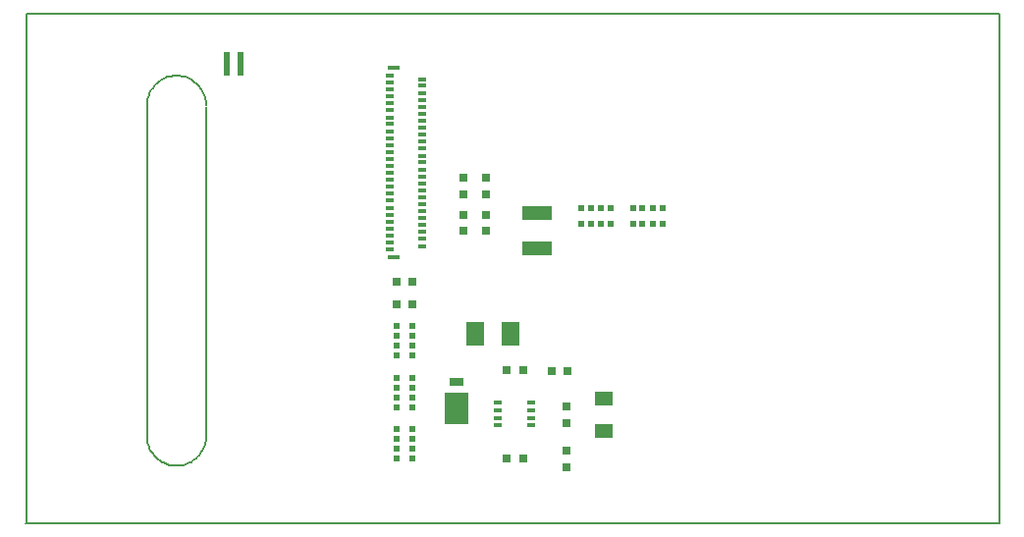
<source format=gbr>
%FSTAX23Y23*%
%MOIN*%
%SFA1B1*%

%IPPOS*%
%ADD17C,0.005000*%
%ADD23R,0.030000X0.030000*%
%ADD24R,0.020000X0.020000*%
%ADD25R,0.059000X0.079000*%
%ADD26R,0.059000X0.079000*%
%ADD27R,0.031000X0.012000*%
%ADD28R,0.020000X0.080000*%
%ADD29R,0.039000X0.016000*%
%ADD30R,0.050000X0.030000*%
%ADD31R,0.079000X0.105000*%
%ADD32R,0.060000X0.050000*%
%ADD33R,0.100000X0.050000*%
%LNmb542b-1*%
%LPD*%
G54D17*
X-02525Y-01325D02*
D01*
X-02524Y-01331*
X-02524Y-01338*
X-02522Y-01345*
X-02521Y-01352*
X-02518Y-01359*
X-02516Y-01365*
X-02513Y-01371*
X-02509Y-01377*
X-02505Y-01383*
X-02501Y-01389*
X-02496Y-01394*
X-02491Y-01399*
X-02486Y-01403*
X-0248Y-01407*
X-02475Y-01411*
X-02468Y-01414*
X-02462Y-01417*
X-02455Y-0142*
X-02449Y-01422*
X-02442Y-01423*
X-02435Y-01424*
X-02428Y-01424*
X-02421*
X-02414Y-01424*
X-02407Y-01423*
X-024Y-01422*
X-02394Y-0142*
X-02387Y-01417*
X-02381Y-01414*
X-02374Y-01411*
X-02369Y-01407*
X-02363Y-01403*
X-02358Y-01399*
X-02353Y-01394*
X-02348Y-01389*
X-02344Y-01383*
X-0234Y-01377*
X-02336Y-01371*
X-02333Y-01365*
X-02331Y-01359*
X-02328Y-01352*
X-02327Y-01345*
X-02325Y-01338*
X-02325Y-01331*
X-02325Y-01325*
Y-002D02*
D01*
X-02325Y-00193*
X-02325Y-00186*
X-02327Y-00179*
X-02328Y-00172*
X-02331Y-00165*
X-02333Y-00159*
X-02336Y-00153*
X-0234Y-00147*
X-02344Y-00141*
X-02348Y-00135*
X-02353Y-0013*
X-02358Y-00125*
X-02363Y-00121*
X-02369Y-00117*
X-02375Y-00113*
X-02381Y-0011*
X-02387Y-00107*
X-02394Y-00104*
X-024Y-00102*
X-02407Y-00101*
X-02414Y-001*
X-02421Y-001*
X-02428*
X-02435Y-001*
X-02442Y-00101*
X-02449Y-00102*
X-02455Y-00104*
X-02462Y-00107*
X-02468Y-0011*
X-02475Y-00113*
X-0248Y-00117*
X-02486Y-00121*
X-02491Y-00125*
X-02496Y-0013*
X-02501Y-00135*
X-02505Y-00141*
X-02509Y-00147*
X-02513Y-00153*
X-02516Y-00159*
X-02518Y-00165*
X-02521Y-00172*
X-02522Y-00179*
X-02524Y-00186*
X-02524Y-00193*
X-02525Y-002*
X-02938Y-0162D02*
X0037D01*
X-02935D02*
Y0011D01*
X-02325Y-01325D02*
Y-00205D01*
X-02525Y-01325D02*
Y-002D01*
X0037Y-0162D02*
Y00112D01*
Y-0162D03*
X-02935Y0011D02*
X0037Y00112D01*
G54D23*
X-01622Y-00875D03*
X-01678D03*
X-01303Y-011D03*
X-01247D03*
X-01375Y-00447D03*
Y-00502D03*
X-0145Y-00447D03*
Y-00502D03*
X-01375Y-00572D03*
Y-00627D03*
X-0145Y-00572D03*
Y-00627D03*
X-011Y-01278D03*
Y-01222D03*
Y-01372D03*
Y-01428D03*
X-01303Y-014D03*
X-01247D03*
X-01151Y-01102D03*
X-01096D03*
X-01678Y-008D03*
X-01622D03*
G54D24*
X-0095Y-00603D03*
X-0105D03*
X-00983D03*
X-0095Y-00548D03*
X-0105D03*
X-01017Y-00603D03*
X-00983Y-00548D03*
X-01017D03*
X-00775Y-00603D03*
X-00875D03*
X-00808D03*
X-00775Y-00548D03*
X-00875D03*
X-00842Y-00603D03*
X-00808Y-00548D03*
X-00842D03*
X-01678Y-01017D03*
Y-00983D03*
X-01622Y-01017D03*
X-01678Y-0105D03*
Y-0095D03*
X-01622Y-00983D03*
Y-0105D03*
Y-0095D03*
X-01678Y-01192D03*
Y-01158D03*
X-01622Y-01192D03*
X-01678Y-01225D03*
Y-01125D03*
X-01622Y-01158D03*
Y-01225D03*
Y-01125D03*
Y-013D03*
Y-014D03*
Y-01333D03*
X-01678Y-013D03*
Y-014D03*
X-01622Y-01367D03*
X-01678Y-01333D03*
Y-01367D03*
G54D25*
X-0141Y-00975D03*
G54D26*
X-0129Y-00975D03*
G54D27*
X-0159Y-00229D03*
Y-00252D03*
Y-00276D03*
Y-003D03*
Y-00323D03*
Y-00347D03*
Y-00371D03*
Y-00394D03*
Y-00418D03*
Y-00134D03*
Y-00111D03*
X-017Y-00241D03*
Y-00264D03*
Y-00288D03*
Y-00312D03*
Y-00335D03*
Y-00359D03*
Y-00382D03*
Y-00406D03*
Y-0043D03*
Y-00123D03*
X-0159Y-0063D03*
X-017Y-00548D03*
X-0159Y-00536D03*
X-017Y-00217D03*
X-0159Y-00205D03*
X-017Y-00193D03*
X-0159Y-00182D03*
X-017Y-0017D03*
X-0159Y-00158D03*
X-017Y-00146D03*
Y-00099D03*
Y-00453D03*
Y-00477D03*
Y-005D03*
Y-00524D03*
X-0159Y-00441D03*
Y-00465D03*
Y-00489D03*
Y-00512D03*
Y-0056D03*
X-017Y-00571D03*
X-0159Y-00583D03*
X-017Y-00595D03*
X-0159Y-00607D03*
X-017Y-00619D03*
Y-00642D03*
X-0159Y-00654D03*
X-017Y-00666D03*
X-0159Y-00678D03*
X-017Y-00689D03*
X-01332Y-01209D03*
Y-01235D03*
Y-01261D03*
Y-01286D03*
X-01221D03*
Y-01235D03*
Y-01261D03*
Y-01209D03*
G54D28*
X-02206Y-00059D03*
X-02253D03*
G54D29*
X-01688Y-00717D03*
Y-00071D03*
G54D30*
X-01475Y-01138D03*
G54D31*
X-01475Y-0123D03*
G54D32*
X-00975Y-01305D03*
Y-01195D03*
G54D33*
X-012Y-00685D03*
Y-00565D03*
M02*
</source>
